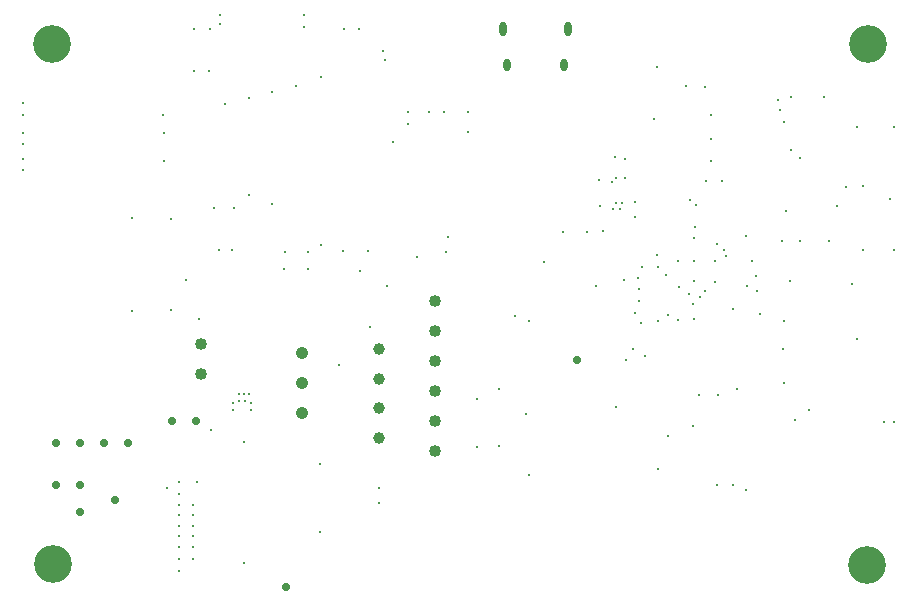
<source format=gbr>
%TF.GenerationSoftware,Altium Limited,Altium Designer,24.9.1 (31)*%
G04 Layer_Color=0*
%FSLAX45Y45*%
%MOMM*%
%TF.SameCoordinates,30E74C37-C7CC-4F87-9207-2BD30A255DAA*%
%TF.FilePolarity,Positive*%
%TF.FileFunction,Plated,1,4,PTH,Drill*%
%TF.Part,Single*%
G01*
G75*
%TA.AperFunction,ComponentDrill*%
%ADD126O,0.70000X1.20000*%
%ADD127O,0.65000X1.05000*%
%ADD128C,1.00000*%
%ADD129C,1.01600*%
%ADD130C,1.05000*%
%TA.AperFunction,OtherDrill,Pad Free-1 (-4.342mm,34.42mm)*%
%ADD131C,3.20000*%
%TA.AperFunction,OtherDrill,Pad Free-1 (-4.375mm,-9.629mm)*%
%ADD132C,3.20000*%
%TA.AperFunction,OtherDrill,Pad Free-1 (-73.319mm,-9.604mm)*%
%ADD133C,3.20000*%
%TA.AperFunction,OtherDrill,Pad Free-1 (-73.421mm,34.465mm)*%
%ADD134C,3.20000*%
%TA.AperFunction,ViaDrill,NotFilled*%
%ADD135C,0.20000*%
%ADD136C,0.71120*%
%ADD137C,0.30000*%
D126*
X-3516800Y3568700D02*
D03*
X-2971800D02*
D03*
D127*
X-3486800Y3265700D02*
D03*
X-3001800D02*
D03*
D128*
X-4572000Y610680D02*
D03*
Y360680D02*
D03*
Y110680D02*
D03*
Y860678D02*
D03*
D129*
X-4099594Y-3500D02*
D03*
Y250500D02*
D03*
Y504500D02*
D03*
Y1012500D02*
D03*
Y1266500D02*
D03*
Y758500D02*
D03*
X-6073501Y907560D02*
D03*
Y653560D02*
D03*
D130*
X-5223980Y324560D02*
D03*
Y574560D02*
D03*
Y824560D02*
D03*
D131*
X-434220Y3441977D02*
D03*
D132*
X-437460Y-962923D02*
D03*
D133*
X-7331900Y-960383D02*
D03*
D134*
X-7342060Y3446517D02*
D03*
D135*
X-4572000Y-315310D02*
D03*
Y-444900D02*
D03*
X-5363903Y1686689D02*
D03*
X-5171156Y1685599D02*
D03*
X-1812489Y3079112D02*
D03*
X-3816704Y2870880D02*
D03*
X-4016094D02*
D03*
X-4328514D02*
D03*
X-4146690D02*
D03*
X-5062278Y3165820D02*
D03*
X-4864556Y3568700D02*
D03*
X-4540046Y3388428D02*
D03*
X-4517540Y3307502D02*
D03*
X-1409700Y1607820D02*
D03*
X-1381462Y1483300D02*
D03*
X-1160644Y1780001D02*
D03*
X-1631551Y1646356D02*
D03*
X-1891997Y1891931D02*
D03*
X-1725480Y1431111D02*
D03*
X-1939123Y2124877D02*
D03*
X-1571180Y1201808D02*
D03*
X-5670550Y479004D02*
D03*
X-5712130D02*
D03*
X-5753100D02*
D03*
X-2730500Y1396000D02*
D03*
X-1003300Y2476500D02*
D03*
X-1910898Y1246936D02*
D03*
X-2400300Y1981200D02*
D03*
Y2108200D02*
D03*
X-1663700Y2286000D02*
D03*
X-1803400D02*
D03*
X-2510116Y2096251D02*
D03*
X-2487240Y2470467D02*
D03*
X-2042780Y1607820D02*
D03*
X-5067300Y-114300D02*
D03*
X-5715000Y76200D02*
D03*
X-5806367Y348272D02*
D03*
X-5715000Y-952500D02*
D03*
X-5067300Y-685800D02*
D03*
X-5805960Y404455D02*
D03*
X-6108700Y-266700D02*
D03*
X-6146800Y-914400D02*
D03*
X-6261100Y-457200D02*
D03*
X-6146800D02*
D03*
X-6261100Y-546100D02*
D03*
Y-368300D02*
D03*
Y-266700D02*
D03*
Y-1016000D02*
D03*
Y-914400D02*
D03*
X-6146800Y-635000D02*
D03*
Y-546100D02*
D03*
Y-723900D02*
D03*
Y-812800D02*
D03*
X-6261100D02*
D03*
Y-635000D02*
D03*
Y-723900D02*
D03*
X-6363740Y-315540D02*
D03*
X-3820514Y2701561D02*
D03*
X-4447540Y2616200D02*
D03*
X-4328514Y2763520D02*
D03*
X-6330053Y1191259D02*
D03*
X-6660631Y1184159D02*
D03*
X-7584133Y2944840D02*
D03*
Y2839840D02*
D03*
Y2688700D02*
D03*
Y2594140D02*
D03*
Y2373800D02*
D03*
X-7580900Y2471300D02*
D03*
X-6333740Y1961140D02*
D03*
X-6663740Y1974299D02*
D03*
X-1343719Y1160020D02*
D03*
X-1369309Y1354497D02*
D03*
X-803460Y2997154D02*
D03*
X-1085680D02*
D03*
X-210880Y2745316D02*
D03*
X-520067D02*
D03*
X-1085680Y2546561D02*
D03*
X-691800Y2071753D02*
D03*
X-469071Y2239491D02*
D03*
X-1005080Y1780001D02*
D03*
X-763036D02*
D03*
X-205740Y1703700D02*
D03*
X-469071D02*
D03*
X-569300Y1409720D02*
D03*
X-520067Y942980D02*
D03*
X-1139210Y1099728D02*
D03*
X-3550743Y523760D02*
D03*
X-1536461D02*
D03*
X-1139210Y571460D02*
D03*
X-1151356Y860678D02*
D03*
X-2315040Y804535D02*
D03*
X-205740Y241300D02*
D03*
X-297180D02*
D03*
X-1048380Y261128D02*
D03*
X-1571180Y-289000D02*
D03*
X-1711180D02*
D03*
X-1887149Y2085824D02*
D03*
X-1756180Y2636561D02*
D03*
X-1760224Y2455640D02*
D03*
X-1756180Y2847340D02*
D03*
X-2570220Y2490300D02*
D03*
X-2484655Y2310300D02*
D03*
X-2562186D02*
D03*
X-2601537Y2276250D02*
D03*
X-2559614Y2096251D02*
D03*
X-4737796Y3574900D02*
D03*
X-5203040Y3592400D02*
D03*
X-5206422Y3686518D02*
D03*
X-5914044Y3612400D02*
D03*
Y3686518D02*
D03*
X-5996941Y3568725D02*
D03*
X-6133038D02*
D03*
X-6013685Y3214514D02*
D03*
X-6133038D02*
D03*
X-5813039Y1700439D02*
D03*
X-5794926Y2053116D02*
D03*
X-5971154D02*
D03*
X-4666235Y1695147D02*
D03*
X-4876817Y1691614D02*
D03*
X-5171156Y1543700D02*
D03*
X-5375236D02*
D03*
X-5924926Y1700439D02*
D03*
X-1698680Y473380D02*
D03*
X-1863231D02*
D03*
X-2475980Y768900D02*
D03*
X-3739006Y436698D02*
D03*
X-3737823Y35680D02*
D03*
X-3550743Y40329D02*
D03*
X-5704258Y421535D02*
D03*
X-5753867D02*
D03*
X-5650966Y348272D02*
D03*
Y404455D02*
D03*
X-3010840Y1855985D02*
D03*
X-2812980D02*
D03*
X-1904306Y1798275D02*
D03*
X-2672440Y1863174D02*
D03*
X-3987593Y1808285D02*
D03*
X-2529564Y2047990D02*
D03*
X-2588744D02*
D03*
X-616327Y2234479D02*
D03*
X-2697440Y2073558D02*
D03*
X-5674360Y2166620D02*
D03*
X-5473040Y2088140D02*
D03*
X-4650170Y1047839D02*
D03*
X-2348537Y1079916D02*
D03*
X-3296457Y1100355D02*
D03*
X-1139210Y2781300D02*
D03*
X-1193272Y2969712D02*
D03*
X-1175093Y2884357D02*
D03*
X-4247416Y1641761D02*
D03*
X-1121644Y2034559D02*
D03*
X-1466500Y1822969D02*
D03*
X-2707240Y2296937D02*
D03*
X-5473040Y3036612D02*
D03*
X-1910931Y210680D02*
D03*
X-5673039Y2984140D02*
D03*
X-5273040Y3087209D02*
D03*
X-5872522Y2936170D02*
D03*
X-4005379Y1684826D02*
D03*
X-2218995Y1654525D02*
D03*
X-1647087Y1703700D02*
D03*
X-6092928Y1118190D02*
D03*
X-6202182Y1446399D02*
D03*
X-2373187Y1265934D02*
D03*
X-2497440Y1445179D02*
D03*
X-2423161Y860678D02*
D03*
X-2345001Y1553726D02*
D03*
X-2380322Y1459358D02*
D03*
X-2246006Y2808300D02*
D03*
X-2140168Y1492208D02*
D03*
X-2210650Y1553342D02*
D03*
X-1725480Y1607820D02*
D03*
X-6393740Y2455640D02*
D03*
Y2694140D02*
D03*
X-6401240Y2847340D02*
D03*
X-2126390Y129530D02*
D03*
X-3296457Y-204671D02*
D03*
X-3324819Y314959D02*
D03*
X-3415743Y1140637D02*
D03*
X-2032540Y1391120D02*
D03*
X-2405980Y1164203D02*
D03*
X-4505361Y1398700D02*
D03*
X-4730541Y1520493D02*
D03*
X-2365267Y1372980D02*
D03*
X-5062278Y1745439D02*
D03*
X-1711180Y1751716D02*
D03*
X-1945325Y1327009D02*
D03*
X-1904120Y1439462D02*
D03*
X-1974522Y3087209D02*
D03*
X-2217722Y3248005D02*
D03*
X-2125240Y1146786D02*
D03*
X-2038541Y1105680D02*
D03*
X-2208014Y-153103D02*
D03*
X-2210650Y1100355D02*
D03*
X-246800Y2136250D02*
D03*
X-1090080Y1439462D02*
D03*
X-4912000Y723900D02*
D03*
X-2562186Y367459D02*
D03*
X-928460Y349159D02*
D03*
X-1466500Y-334000D02*
D03*
X-1451461Y1393500D02*
D03*
X-1904120Y1112845D02*
D03*
X-1812489Y1353222D02*
D03*
X-1855880Y1305022D02*
D03*
X-1904120Y1607820D02*
D03*
X-3173340Y1602939D02*
D03*
D136*
X-6807200Y-419100D02*
D03*
X-7099300Y-520700D02*
D03*
X-6324600Y254000D02*
D03*
X-6694863Y65463D02*
D03*
X-6121400Y254000D02*
D03*
X-6896100Y63500D02*
D03*
X-7099300Y-292100D02*
D03*
X-5359400Y-1155700D02*
D03*
X-7302500Y-292100D02*
D03*
Y63500D02*
D03*
X-7099300D02*
D03*
X-2892980Y771491D02*
D03*
D137*
X-5994400Y177800D02*
D03*
%TF.MD5,17933c34ff09700316966dd058f97921*%
M02*

</source>
